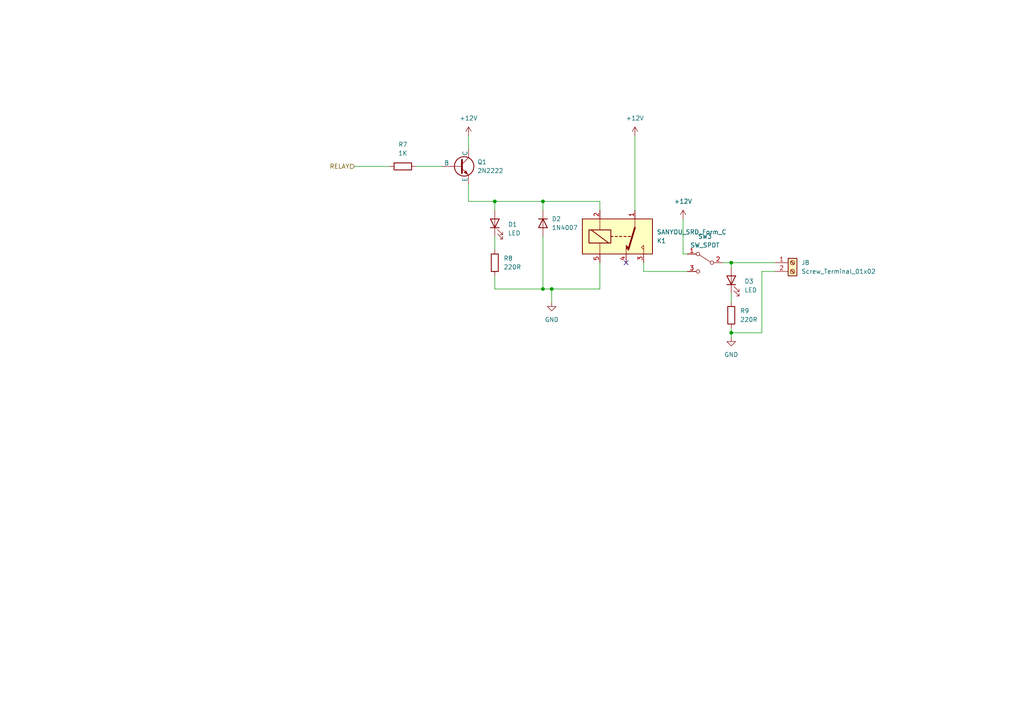
<source format=kicad_sch>
(kicad_sch (version 20230121) (generator eeschema)
  (paper "A4")
  (lib_symbols
    (symbol "Connector:Screw_Terminal_01x02" (pin_names (offset 1.016) hide)
      (property "Reference" "J" (at 0 2.54 0))
      (property "Value" "Screw_Terminal_01x02" (at 0 -5.08 0))
      (symbol "Screw_Terminal_01x02_1_1"
        (rectangle (start -1.27 1.27) (end 1.27 -3.81) (stroke (width 0.254)) (fill (type background)))
        (circle (center 0 -2.54) (radius 0.635) (stroke (width 0.1524)))
        (polyline (pts (xy -0.5334 -2.2098) (xy 0.3302 -3.048)) (stroke (width 0.1524)))
        (polyline (pts (xy -0.5334 0.3302) (xy 0.3302 -0.508)) (stroke (width 0.1524)))
        (polyline (pts (xy -0.3556 -2.032) (xy 0.508 -2.8702)) (stroke (width 0.1524)))
        (polyline (pts (xy -0.3556 0.508) (xy 0.508 -0.3302)) (stroke (width 0.1524)))
        (circle (center 0 0) (radius 0.635) (stroke (width 0.1524)))
        (pin passive line (at -5.08 0 0) (length 3.81) (name "Pin_1") (number "1"))
        (pin passive line (at -5.08 -2.54 0) (length 3.81) (name "Pin_2") (number "2"))
      )
    )
    (symbol "Device:LED" (pin_numbers hide) (pin_names (offset 1.016) hide)
      (property "Reference" "D" (at 0 2.54 0))
      (property "Value" "LED" (at 0 -2.54 0))
      (symbol "LED_0_1"
        (polyline (pts (xy -1.27 -1.27) (xy -1.27 1.27)) (stroke (width 0.254)))
        (polyline (pts (xy -1.27 0) (xy 1.27 0)))
        (polyline (pts (xy 1.27 -1.27) (xy 1.27 1.27) (xy -1.27 0) (xy 1.27 -1.27)) (stroke (width 0.254)))
        (polyline (pts (xy -3.048 -0.762) (xy -4.572 -2.286) (xy -3.81 -2.286) (xy -4.572 -2.286) (xy -4.572 -1.524)))
        (polyline (pts (xy -1.778 -0.762) (xy -3.302 -2.286) (xy -2.54 -2.286) (xy -3.302 -2.286) (xy -3.302 -1.524)))
      )
      (symbol "LED_1_1"
        (pin passive line (at -3.81 0 0) (length 2.54) (name "K") (number "1"))
        (pin passive line (at 3.81 0 180) (length 2.54) (name "A") (number "2"))
      )
    )
    (symbol "Device:R" (pin_numbers hide) (pin_names (offset 0))
      (property "Reference" "R" (at 2.032 0 90))
      (property "Value" "R" (at 0 0 90))
      (symbol "R_0_1"
        (rectangle (start -1.016 -2.54) (end 1.016 2.54) (stroke (width 0.254)))
      )
      (symbol "R_1_1"
        (pin passive line (at 0 3.81 270) (length 1.27) (name "~") (number "1"))
        (pin passive line (at 0 -3.81 90) (length 1.27) (name "~") (number "2"))
      )
    )
    (symbol "Diode:1N4007" (pin_numbers hide) (pin_names hide)
      (property "Reference" "D" (at 0 2.54 0))
      (property "Value" "1N4007" (at 0 -2.54 0))
      (symbol "1N4007_0_1"
        (polyline (pts (xy -1.27 1.27) (xy -1.27 -1.27)) (stroke (width 0.254)))
        (polyline (pts (xy 1.27 0) (xy -1.27 0)))
        (polyline (pts (xy 1.27 1.27) (xy 1.27 -1.27) (xy -1.27 0) (xy 1.27 1.27)) (stroke (width 0.254)))
      )
      (symbol "1N4007_1_1"
        (pin passive line (at -3.81 0 0) (length 2.54) (name "K") (number "1"))
        (pin passive line (at 3.81 0 180) (length 2.54) (name "A") (number "2"))
      )
    )
    (symbol "Relay:SANYOU_SRD_Form_C"
      (property "Reference" "K" (at 11.43 3.81 0))
      (property "Value" "SANYOU_SRD_Form_C" (at 11.43 1.27 0))
      (symbol "SANYOU_SRD_Form_C_0_0"
        (polyline (pts (xy 7.62 5.08) (xy 7.62 2.54) (xy 6.985 3.175) (xy 7.62 3.81)))
      )
      (symbol "SANYOU_SRD_Form_C_0_1"
        (rectangle (start -10.16 5.08) (end 10.16 -5.08) (stroke (width 0.254)) (fill (type background)))
        (rectangle (start -8.255 1.905) (end -1.905 -1.905) (stroke (width 0.254)))
        (polyline (pts (xy -7.62 -1.905) (xy -2.54 1.905)) (stroke (width 0.254)))
        (polyline (pts (xy -5.08 -5.08) (xy -5.08 -1.905)))
        (polyline (pts (xy -5.08 5.08) (xy -5.08 1.905)))
        (polyline (pts (xy -1.905 0) (xy -1.27 0)) (stroke (width 0.254)))
        (polyline (pts (xy -0.635 0) (xy 0 0)) (stroke (width 0.254)))
        (polyline (pts (xy 0.635 0) (xy 1.27 0)) (stroke (width 0.254)))
        (polyline (pts (xy 1.905 0) (xy 2.54 0)) (stroke (width 0.254)))
        (polyline (pts (xy 3.175 0) (xy 3.81 0)) (stroke (width 0.254)))
        (polyline (pts (xy 5.08 -2.54) (xy 3.175 3.81)) (stroke (width 0.508)))
        (polyline (pts (xy 5.08 -2.54) (xy 5.08 -5.08)))
      )
      (symbol "SANYOU_SRD_Form_C_1_1"
        (polyline (pts (xy 2.54 3.81) (xy 3.175 3.175) (xy 2.54 2.54) (xy 2.54 5.08)) (fill (type outline)))
        (pin passive line (at 5.08 -7.62 90) (length 2.54) (name "~") (number "1"))
        (pin passive line (at -5.08 -7.62 90) (length 2.54) (name "~") (number "2"))
        (pin passive line (at 7.62 7.62 270) (length 2.54) (name "~") (number "3"))
        (pin passive line (at 2.54 7.62 270) (length 2.54) (name "~") (number "4"))
        (pin passive line (at -5.08 7.62 270) (length 2.54) (name "~") (number "5"))
      )
    )
    (symbol "Simulation_SPICE:NPN" (pin_numbers hide) (pin_names (offset 0))
      (property "Reference" "Q" (at -2.54 7.62 0))
      (property "Value" "NPN" (at -2.54 5.08 0))
      (symbol "NPN_0_1"
        (polyline (pts (xy -2.54 0) (xy 0.635 0)) (stroke (width 0.1524)))
        (polyline (pts (xy 0.635 0.635) (xy 2.54 2.54)))
        (polyline (pts (xy 2.794 -1.27) (xy 2.794 -1.27)) (stroke (width 0.1524)))
        (polyline (pts (xy 2.794 -1.27) (xy 2.794 -1.27)) (stroke (width 0.1524)))
        (polyline (pts (xy 0.635 -0.635) (xy 2.54 -2.54) (xy 2.54 -2.54)))
        (polyline (pts (xy 0.635 1.905) (xy 0.635 -1.905) (xy 0.635 -1.905)) (stroke (width 0.508)))
        (polyline (pts (xy 1.27 -1.778) (xy 1.778 -1.27) (xy 2.286 -2.286) (xy 1.27 -1.778) (xy 1.27 -1.778)) (fill (type outline)))
        (circle (center 1.27 0) (radius 2.8194) (stroke (width 0.254)))
      )
      (symbol "NPN_1_1"
        (pin open_collector line (at 2.54 5.08 270) (length 2.54) (name "C") (number "1"))
        (pin input line (at -5.08 0 0) (length 2.54) (name "B") (number "2"))
        (pin open_emitter line (at 2.54 -5.08 90) (length 2.54) (name "E") (number "3"))
      )
    )
    (symbol "Switch:SW_SPDT" (pin_names (offset 0) hide)
      (property "Reference" "SW" (at 0 4.318 0))
      (property "Value" "SW_SPDT" (at 0 -5.08 0))
      (symbol "SW_SPDT_0_0"
        (circle (center -2.032 0) (radius 0.508))
        (circle (center 2.032 -2.54) (radius 0.508))
      )
      (symbol "SW_SPDT_0_1"
        (polyline (pts (xy -1.524 0.254) (xy 1.651 2.286)))
        (circle (center 2.032 2.54) (radius 0.508))
      )
      (symbol "SW_SPDT_1_1"
        (pin passive line (at 5.08 2.54 180) (length 2.54) (name "A") (number "1"))
        (pin passive line (at -5.08 0 0) (length 2.54) (name "B") (number "2"))
        (pin passive line (at 5.08 -2.54 180) (length 2.54) (name "C") (number "3"))
      )
    )
    (symbol "power:+12V" (power) (pin_names (offset 0))
      (property "Value" "+12V" (at 0 3.556 0))
      (symbol "+12V_0_1"
        (polyline (pts (xy -0.762 1.27) (xy 0 2.54)))
        (polyline (pts (xy 0 0) (xy 0 2.54)))
        (polyline (pts (xy 0 2.54) (xy 0.762 1.27)))
      )
      (symbol "+12V_1_1"
        (pin power_in line (at 0 0 90) (length 0) hide (name "+12V") (number "1"))
      )
    )
    (symbol "power:GND" (power) (pin_names (offset 0))
      (property "Value" "GND" (at 0 -3.81 0))
      (symbol "GND_0_1"
        (polyline (pts (xy 0 0) (xy 0 -1.27) (xy 1.27 -1.27) (xy 0 -2.54) (xy -1.27 -1.27) (xy 0 -1.27)))
      )
      (symbol "GND_1_1"
        (pin power_in line (at 0 0 270) (length 0) hide (name "GND") (number "1"))
      )
    )
  )
  (junction (at 160.02 83.82))
  (junction (at 212.09 76.2))
  (junction (at 157.48 58.42))
  (junction (at 157.48 83.82))
  (junction (at 143.51 58.42))
  (junction (at 212.09 96.52))
  (no_connect (at 181.61 76.2))
  (wire (pts (xy 135.89 58.42) (xy 135.89 53.34)))
  (wire (pts (xy 173.99 58.42) (xy 173.99 60.96)))
  (wire (pts (xy 173.99 83.82) (xy 160.02 83.82)))
  (wire (pts (xy 143.51 58.42) (xy 135.89 58.42)))
  (wire (pts (xy 157.48 58.42) (xy 173.99 58.42)))
  (wire (pts (xy 212.09 96.52) (xy 212.09 97.79)))
  (wire (pts (xy 102.87 48.26) (xy 113.03 48.26)))
  (wire (pts (xy 198.12 73.66) (xy 199.39 73.66)))
  (wire (pts (xy 143.51 68.58) (xy 143.51 72.39)))
  (wire (pts (xy 212.09 85.09) (xy 212.09 87.63)))
  (wire (pts (xy 220.98 96.52) (xy 212.09 96.52)))
  (wire (pts (xy 157.48 83.82) (xy 160.02 83.82)))
  (wire (pts (xy 186.69 76.2) (xy 186.69 78.74)))
  (wire (pts (xy 143.51 58.42) (xy 157.48 58.42)))
  (wire (pts (xy 198.12 63.5) (xy 198.12 73.66)))
  (wire (pts (xy 157.48 58.42) (xy 157.48 60.96)))
  (wire (pts (xy 220.98 78.74) (xy 220.98 96.52)))
  (wire (pts (xy 212.09 95.25) (xy 212.09 96.52)))
  (wire (pts (xy 143.51 58.42) (xy 143.51 60.96)))
  (wire (pts (xy 143.51 83.82) (xy 157.48 83.82)))
  (wire (pts (xy 157.48 68.58) (xy 157.48 83.82)))
  (wire (pts (xy 173.99 76.2) (xy 173.99 83.82)))
  (wire (pts (xy 120.65 48.26) (xy 128.27 48.26)))
  (wire (pts (xy 212.09 76.2) (xy 212.09 77.47)))
  (wire (pts (xy 160.02 83.82) (xy 160.02 87.63)))
  (wire (pts (xy 135.89 39.37) (xy 135.89 43.18)))
  (wire (pts (xy 184.15 39.37) (xy 184.15 60.96)))
  (wire (pts (xy 209.55 76.2) (xy 212.09 76.2)))
  (wire (pts (xy 186.69 78.74) (xy 199.39 78.74)))
  (wire (pts (xy 143.51 80.01) (xy 143.51 83.82)))
  (wire (pts (xy 212.09 76.2) (xy 224.79 76.2)))
  (wire (pts (xy 224.79 78.74) (xy 220.98 78.74)))
  (hierarchical_label "RELAY" (shape input) (at 102.87 48.26 180))
  (symbol (lib_id "Device:R") (at 212.09 91.44 0) (unit 1)
    (property "Reference" "R9" (at 214.63 90.17 0) (effects (justify left)))
    (property "Value" "220R" (at 214.63 92.71 0) (effects (justify left)))
    (property "Footprint" "Resistor_THT:R_Axial_DIN0207_L6.3mm_D2.5mm_P7.62mm_Horizontal" (effects hide))
    (instances (project "garden-watering" (path "" (reference "R9") (unit 1)) (path "" (reference "R12") (unit 1)) (path "" (reference "R15") (unit 1)) (path "" (reference "R18") (unit 1))))
  )
  (symbol (lib_id "Device:LED") (at 143.51 64.77 90) (unit 1)
    (property "Reference" "D1" (at 147.32 65.0875 90) (effects (justify right)))
    (property "Value" "LED" (at 147.32 67.6275 90) (effects (justify right)))
    (property "Footprint" "LED_THT:LED_D3.0mm" (effects hide))
    (instances (project "garden-watering" (path "" (reference "D1") (unit 1)) (path "" (reference "D4") (unit 1)) (path "" (reference "D7") (unit 1)) (path "" (reference "D10") (unit 1))))
  )
  (symbol (lib_id "power:GND") (at 212.09 97.79 0) (unit 1)
    (property "Reference" "#PWR020" (effects hide))
    (property "Value" "GND" (at 212.09 102.87 0))
    (instances (project "garden-watering" (path "" (reference "#PWR020") (unit 1)) (path "" (reference "#PWR025") (unit 1)) (path "" (reference "#PWR030") (unit 1)) (path "" (reference "#PWR035") (unit 1))))
  )
  (symbol (lib_id "power:GND") (at 160.02 87.63 0) (unit 1)
    (property "Reference" "#PWR017" (effects hide))
    (property "Value" "GND" (at 160.02 92.71 0))
    (instances (project "garden-watering" (path "" (reference "#PWR017") (unit 1)) (path "" (reference "#PWR022") (unit 1)) (path "" (reference "#PWR027") (unit 1)) (path "" (reference "#PWR032") (unit 1))))
  )
  (symbol (lib_id "Connector:Screw_Terminal_01x02") (at 229.87 76.2 0) (unit 1)
    (property "Reference" "J8" (at 232.41 76.2 0) (effects (justify left)))
    (property "Value" "Screw_Terminal_01x02" (at 232.41 78.74 0) (effects (justify left)))
    (property "Footprint" "TerminalBlock:TerminalBlock_bornier-2_P5.08mm" (effects hide))
    (instances (project "garden-watering" (path "" (reference "J8") (unit 1)) (path "" (reference "J9") (unit 1)) (path "" (reference "J10") (unit 1)) (path "" (reference "J11") (unit 1))))
  )
  (symbol (lib_id "Device:R") (at 116.84 48.26 90) (unit 1)
    (property "Reference" "R7" (at 116.84 41.91 90))
    (property "Value" "1K" (at 116.84 44.45 90))
    (property "Footprint" "Resistor_THT:R_Axial_DIN0207_L6.3mm_D2.5mm_P7.62mm_Horizontal" (effects hide))
    (instances (project "garden-watering" (path "" (reference "R7") (unit 1)) (path "" (reference "R10") (unit 1)) (path "" (reference "R13") (unit 1)) (path "" (reference "R16") (unit 1))))
  )
  (symbol (lib_id "Device:LED") (at 212.09 81.28 90) (unit 1)
    (property "Reference" "D3" (at 215.9 81.5975 90) (effects (justify right)))
    (property "Value" "LED" (at 215.9 84.1375 90) (effects (justify right)))
    (property "Footprint" "LED_THT:LED_D3.0mm" (effects hide))
    (instances (project "garden-watering" (path "" (reference "D3") (unit 1)) (path "" (reference "D6") (unit 1)) (path "" (reference "D9") (unit 1)) (path "" (reference "D12") (unit 1))))
  )
  (symbol (lib_id "Diode:1N4007") (at 157.48 64.77 270) (unit 1)
    (property "Reference" "D2" (at 160.02 63.5 90) (effects (justify left)))
    (property "Value" "1N4007" (at 160.02 66.04 90) (effects (justify left)))
    (property "Footprint" "Diode_THT:D_DO-41_SOD81_P10.16mm_Horizontal" (effects hide))
    (property "Datasheet" "http://www.vishay.com/docs/88503/1n4001.pdf" (effects hide))
    (property "Sim.Device" "D" (effects hide))
    (property "Sim.Pins" "1=K 2=A" (effects hide))
    (instances (project "garden-watering" (path "" (reference "D2") (unit 1)) (path "" (reference "D5") (unit 1)) (path "" (reference "D8") (unit 1)) (path "" (reference "D11") (unit 1))))
  )
  (symbol (lib_id "power:+12V") (at 184.15 39.37 0) (unit 1)
    (property "Reference" "#PWR018" (effects hide))
    (property "Value" "+12V" (at 184.15 34.29 0))
    (instances (project "garden-watering" (path "" (reference "#PWR018") (unit 1)) (path "" (reference "#PWR023") (unit 1)) (path "" (reference "#PWR028") (unit 1)) (path "" (reference "#PWR033") (unit 1))))
  )
  (symbol (lib_id "power:+12V") (at 198.12 63.5 0) (unit 1)
    (property "Reference" "#PWR019" (effects hide))
    (property "Value" "+12V" (at 198.12 58.42 0))
    (instances (project "garden-watering" (path "" (reference "#PWR019") (unit 1)) (path "" (reference "#PWR024") (unit 1)) (path "" (reference "#PWR029") (unit 1)) (path "" (reference "#PWR034") (unit 1))))
  )
  (symbol (lib_id "Relay:SANYOU_SRD_Form_C") (at 179.07 68.58 0) (mirror x) (unit 1)
    (property "Reference" "K1" (at 190.5 69.85 0) (effects (justify left)))
    (property "Value" "SANYOU_SRD_Form_C" (at 190.5 67.31 0) (effects (justify left)))
    (property "Footprint" "Relay_THT:Relay_SPDT_SANYOU_SRD_Series_Form_C" (effects hide))
    (property "Datasheet" "http://www.sanyourelay.ca/public/products/pdf/SRD.pdf" (effects hide))
    (instances (project "garden-watering" (path "" (reference "K1") (unit 1)) (path "" (reference "K2") (unit 1)) (path "" (reference "K3") (unit 1)) (path "" (reference "K4") (unit 1))))
  )
  (symbol (lib_id "Switch:SW_SPDT") (at 204.47 76.2 0) (mirror y) (unit 1)
    (property "Reference" "SW3" (at 204.47 68.58 0))
    (property "Value" "SW_SPDT" (at 204.47 71.12 0))
    (property "Footprint" "Connector_PinHeader_2.54mm:PinHeader_1x03_P2.54mm_Vertical" (effects hide))
    (instances (project "garden-watering" (path "" (reference "SW3") (unit 1)) (path "" (reference "SW4") (unit 1)) (path "" (reference "SW5") (unit 1)) (path "" (reference "SW6") (unit 1))))
  )
  (symbol (lib_id "Simulation_SPICE:NPN") (at 133.35 48.26 0) (unit 1)
    (property "Reference" "Q1" (at 138.43 46.99 0) (effects (justify left)))
    (property "Value" "2N2222" (at 138.43 49.53 0) (effects (justify left)))
    (property "Footprint" "Package_TO_SOT_THT:TO-92L_HandSolder" (effects hide))
    (property "Sim.Device" "NPN" (effects hide))
    (property "Sim.Type" "GUMMELPOON" (effects hide))
    (property "Sim.Pins" "1=C 2=B 3=E" (effects hide))
    (instances (project "garden-watering" (path "" (reference "Q1") (unit 1)) (path "" (reference "Q2") (unit 1)) (path "" (reference "Q3") (unit 1)) (path "" (reference "Q4") (unit 1))))
  )
  (symbol (lib_id "power:+12V") (at 135.89 39.37 0) (unit 1)
    (property "Reference" "#PWR016" (effects hide))
    (property "Value" "+12V" (at 135.89 34.29 0))
    (instances (project "garden-watering" (path "" (reference "#PWR016") (unit 1)) (path "" (reference "#PWR021") (unit 1)) (path "" (reference "#PWR026") (unit 1)) (path "" (reference "#PWR031") (unit 1))))
  )
  (symbol (lib_id "Device:R") (at 143.51 76.2 0) (unit 1)
    (property "Reference" "R8" (at 146.05 74.93 0) (effects (justify left)))
    (property "Value" "220R" (at 146.05 77.47 0) (effects (justify left)))
    (property "Footprint" "Resistor_THT:R_Axial_DIN0207_L6.3mm_D2.5mm_P7.62mm_Horizontal" (effects hide))
    (instances (project "garden-watering" (path "" (reference "R8") (unit 1)) (path "" (reference "R11") (unit 1)) (path "" (reference "R14") (unit 1)) (path "" (reference "R17") (unit 1))))
  )
)
</source>
